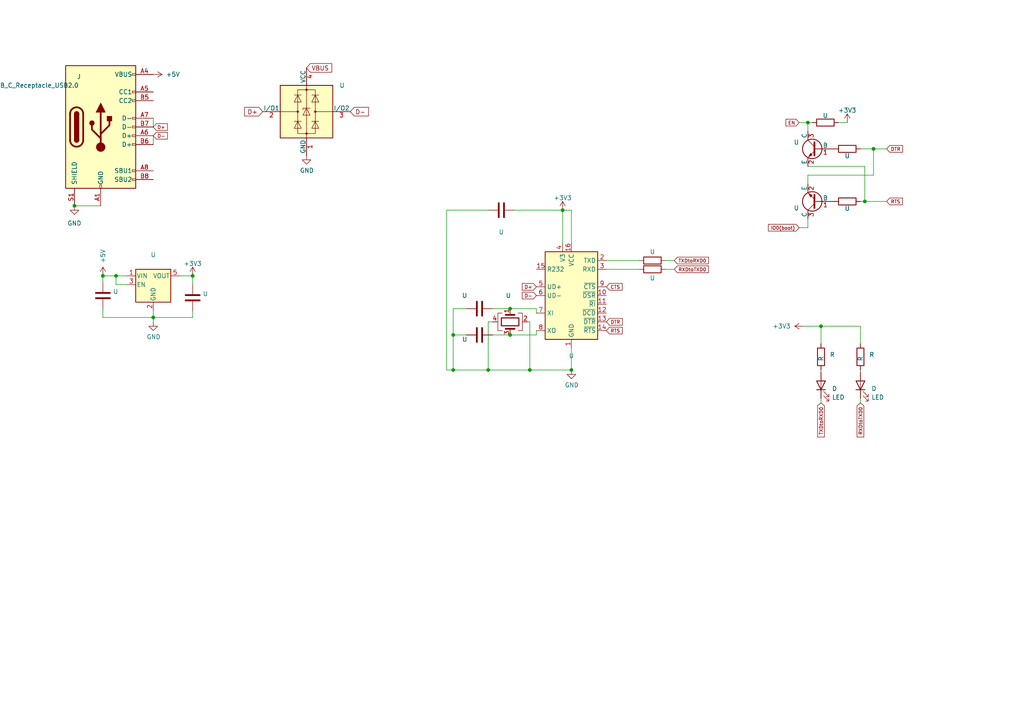
<source format=kicad_sch>
(kicad_sch (version 20220622) (generator eeschema)
  (paper "A4")
  (lib_symbols
    (symbol "CH340G-rescue:AP2127K-3.3-Regulator_Linear" (pin_names (offset 0.254))
      (property "Reference" "U" (at -5.08 5.715 0))
      (property "Value" "AP2127K-3.3-Regulator_Linear" (at 0 5.715 0))
      (symbol "AP2127K-3.3-Regulator_Linear_0_1"
        (rectangle (start -5.08 4.445) (end 5.08 -5.08) (stroke (width 0.254)) (fill (type background)))
      )
      (symbol "AP2127K-3.3-Regulator_Linear_1_1"
        (pin power_in line (at -7.62 2.54 0) (length 2.54) (name "VIN") (number "1"))
        (pin power_in line (at 0 -7.62 90) (length 2.54) (name "GND") (number "2"))
        (pin input line (at -7.62 0 0) (length 2.54) (name "EN") (number "3"))
        (pin no_connect line (at 7.62 0 180) (length 2.54) hide (name "NC") (number "4"))
        (pin power_out line (at 7.62 2.54 180) (length 2.54) (name "VOUT") (number "5"))
      )
    )
    (symbol "Connector:USB_C_Receptacle_USB2.0" (pin_names (offset 1.016))
      (property "Reference" "J" (at -10.16 19.05 0))
      (property "Value" "USB_C_Receptacle_USB2.0" (at 19.05 19.05 0))
      (symbol "USB_C_Receptacle_USB2.0_0_0"
        (rectangle (start -0.254 -17.78) (end 0.254 -16.764))
        (rectangle (start 10.16 -14.986) (end 9.144 -15.494))
        (rectangle (start 10.16 -12.446) (end 9.144 -12.954))
        (rectangle (start 10.16 -4.826) (end 9.144 -5.334))
        (rectangle (start 10.16 -2.286) (end 9.144 -2.794))
        (rectangle (start 10.16 0.254) (end 9.144 -0.254))
        (rectangle (start 10.16 2.794) (end 9.144 2.286))
        (rectangle (start 10.16 7.874) (end 9.144 7.366))
        (rectangle (start 10.16 10.414) (end 9.144 9.906))
        (rectangle (start 10.16 15.494) (end 9.144 14.986))
      )
      (symbol "USB_C_Receptacle_USB2.0_0_1"
        (rectangle (start -10.16 17.78) (end 10.16 -17.78) (stroke (width 0.254)) (fill (type background)))
        (arc (start -8.89 -3.81) (mid -6.985 -5.715) (end -5.08 -3.81) (stroke (width 0.508)))
        (arc (start -7.62 -3.81) (mid -6.985 -4.445) (end -6.35 -3.81) (stroke (width 0.254)))
        (arc (start -7.62 -3.81) (mid -6.985 -4.445) (end -6.35 -3.81) (stroke (width 0.254)) (fill (type outline)))
        (rectangle (start -7.62 -3.81) (end -6.35 3.81) (stroke (width 0.254)) (fill (type outline)))
        (arc (start -6.35 3.81) (mid -6.985 4.445) (end -7.62 3.81) (stroke (width 0.254)))
        (arc (start -6.35 3.81) (mid -6.985 4.445) (end -7.62 3.81) (stroke (width 0.254)) (fill (type outline)))
        (arc (start -5.08 3.81) (mid -6.985 5.715) (end -8.89 3.81) (stroke (width 0.508)))
        (circle (center -2.54 1.143) (radius 0.635) (stroke (width 0.254)) (fill (type outline)))
        (circle (center 0 -5.842) (radius 1.27) (fill (type outline)))
        (polyline (pts (xy -8.89 -3.81) (xy -8.89 3.81)) (stroke (width 0.508)))
        (polyline (pts (xy -5.08 3.81) (xy -5.08 -3.81)) (stroke (width 0.508)))
        (polyline (pts (xy 0 -5.842) (xy 0 4.318)) (stroke (width 0.508)))
        (polyline (pts (xy 0 -3.302) (xy -2.54 -0.762) (xy -2.54 0.508)) (stroke (width 0.508)))
        (polyline (pts (xy 0 -2.032) (xy 2.54 0.508) (xy 2.54 1.778)) (stroke (width 0.508)))
        (polyline (pts (xy -1.27 4.318) (xy 0 6.858) (xy 1.27 4.318) (xy -1.27 4.318)) (stroke (width 0.254)) (fill (type outline)))
        (rectangle (start 1.905 1.778) (end 3.175 3.048) (stroke (width 0.254)) (fill (type outline)))
      )
      (symbol "USB_C_Receptacle_USB2.0_1_1"
        (pin passive line (at 0 -22.86 90) (length 5.08) (name "GND") (number "A1"))
        (pin passive line (at 0 -22.86 90) (length 5.08) hide (name "GND") (number "A12"))
        (pin passive line (at 15.24 15.24 180) (length 5.08) (name "VBUS") (number "A4"))
        (pin bidirectional line (at 15.24 10.16 180) (length 5.08) (name "CC1") (number "A5"))
        (pin bidirectional line (at 15.24 -2.54 180) (length 5.08) (name "D+") (number "A6"))
        (pin bidirectional line (at 15.24 2.54 180) (length 5.08) (name "D-") (number "A7"))
        (pin bidirectional line (at 15.24 -12.7 180) (length 5.08) (name "SBU1") (number "A8"))
        (pin passive line (at 15.24 15.24 180) (length 5.08) hide (name "VBUS") (number "A9"))
        (pin passive line (at 0 -22.86 90) (length 5.08) hide (name "GND") (number "B1"))
        (pin passive line (at 0 -22.86 90) (length 5.08) hide (name "GND") (number "B12"))
        (pin passive line (at 15.24 15.24 180) (length 5.08) hide (name "VBUS") (number "B4"))
        (pin bidirectional line (at 15.24 7.62 180) (length 5.08) (name "CC2") (number "B5"))
        (pin bidirectional line (at 15.24 -5.08 180) (length 5.08) (name "D+") (number "B6"))
        (pin bidirectional line (at 15.24 0 180) (length 5.08) (name "D-") (number "B7"))
        (pin bidirectional line (at 15.24 -15.24 180) (length 5.08) (name "SBU2") (number "B8"))
        (pin passive line (at 15.24 15.24 180) (length 5.08) hide (name "VBUS") (number "B9"))
        (pin passive line (at -7.62 -22.86 90) (length 5.08) (name "SHIELD") (number "S1"))
      )
    )
    (symbol "Device:C" (pin_numbers hide) (pin_names (offset 0.254))
      (property "Reference" "C" (at 0.635 2.54 0))
      (property "Value" "C" (at 0.635 -2.54 0))
      (symbol "C_0_1"
        (polyline (pts (xy -2.032 -0.762) (xy 2.032 -0.762)) (stroke (width 0.508)))
        (polyline (pts (xy -2.032 0.762) (xy 2.032 0.762)) (stroke (width 0.508)))
      )
      (symbol "C_1_1"
        (pin passive line (at 0 3.81 270) (length 2.794) (name "~") (number "1"))
        (pin passive line (at 0 -3.81 90) (length 2.794) (name "~") (number "2"))
      )
    )
    (symbol "Device:Crystal_GND24" (pin_names (offset 1.016) hide)
      (property "Reference" "Y" (at 3.175 5.08 0))
      (property "Value" "Crystal_GND24" (at 3.175 3.175 0))
      (symbol "Crystal_GND24_0_1"
        (rectangle (start -1.143 2.54) (end 1.143 -2.54) (stroke (width 0.3048)))
        (polyline (pts (xy -2.54 0) (xy -2.032 0)))
        (polyline (pts (xy -2.032 -1.27) (xy -2.032 1.27)) (stroke (width 0.508)))
        (polyline (pts (xy 0 -3.81) (xy 0 -3.556)))
        (polyline (pts (xy 0 3.556) (xy 0 3.81)))
        (polyline (pts (xy 2.032 -1.27) (xy 2.032 1.27)) (stroke (width 0.508)))
        (polyline (pts (xy 2.032 0) (xy 2.54 0)))
        (polyline (pts (xy -2.54 -2.286) (xy -2.54 -3.556) (xy 2.54 -3.556) (xy 2.54 -2.286)))
        (polyline (pts (xy -2.54 2.286) (xy -2.54 3.556) (xy 2.54 3.556) (xy 2.54 2.286)))
      )
      (symbol "Crystal_GND24_1_1"
        (pin passive line (at -3.81 0 0) (length 1.27) (name "1") (number "1"))
        (pin passive line (at 0 5.08 270) (length 1.27) (name "2") (number "2"))
        (pin passive line (at 3.81 0 180) (length 1.27) (name "3") (number "3"))
        (pin passive line (at 0 -5.08 90) (length 1.27) (name "4") (number "4"))
      )
    )
    (symbol "Device:LED" (pin_numbers hide) (pin_names (offset 1.016) hide)
      (property "Reference" "D" (at 0 2.54 0))
      (property "Value" "LED" (at 0 -2.54 0))
      (symbol "LED_0_1"
        (polyline (pts (xy -1.27 -1.27) (xy -1.27 1.27)) (stroke (width 0.254)))
        (polyline (pts (xy -1.27 0) (xy 1.27 0)))
        (polyline (pts (xy 1.27 -1.27) (xy 1.27 1.27) (xy -1.27 0) (xy 1.27 -1.27)) (stroke (width 0.254)))
        (polyline (pts (xy -3.048 -0.762) (xy -4.572 -2.286) (xy -3.81 -2.286) (xy -4.572 -2.286) (xy -4.572 -1.524)))
        (polyline (pts (xy -1.778 -0.762) (xy -3.302 -2.286) (xy -2.54 -2.286) (xy -3.302 -2.286) (xy -3.302 -1.524)))
      )
      (symbol "LED_1_1"
        (pin passive line (at -3.81 0 0) (length 2.54) (name "K") (number "1"))
        (pin passive line (at 3.81 0 180) (length 2.54) (name "A") (number "2"))
      )
    )
    (symbol "Device:R" (pin_numbers hide) (pin_names (offset 0))
      (property "Reference" "R" (at 2.032 0 90))
      (property "Value" "R" (at 0 0 90))
      (symbol "R_0_1"
        (rectangle (start -1.016 -2.54) (end 1.016 2.54) (stroke (width 0.254)))
      )
      (symbol "R_1_1"
        (pin passive line (at 0 3.81 270) (length 1.27) (name "~") (number "1"))
        (pin passive line (at 0 -3.81 90) (length 1.27) (name "~") (number "2"))
      )
    )
    (symbol "Interface_USB:CH340G"
      (property "Reference" "U" (at -5.08 13.97 0))
      (property "Value" "CH340G" (at 1.27 13.97 0))
      (symbol "CH340G_0_1"
        (rectangle (start -7.62 12.7) (end 7.62 -12.7) (stroke (width 0.254)) (fill (type background)))
      )
      (symbol "CH340G_1_1"
        (pin power_in line (at 0 -15.24 90) (length 2.54) (name "GND") (number "1"))
        (pin input line (at 10.16 0 180) (length 2.54) (name "~{DSR}") (number "10"))
        (pin input line (at 10.16 -2.54 180) (length 2.54) (name "~{RI}") (number "11"))
        (pin input line (at 10.16 -5.08 180) (length 2.54) (name "~{DCD}") (number "12"))
        (pin output line (at 10.16 -7.62 180) (length 2.54) (name "~{DTR}") (number "13"))
        (pin output line (at 10.16 -10.16 180) (length 2.54) (name "~{RTS}") (number "14"))
        (pin input line (at -10.16 7.62 0) (length 2.54) (name "R232") (number "15"))
        (pin power_in line (at 0 15.24 270) (length 2.54) (name "VCC") (number "16"))
        (pin output line (at 10.16 10.16 180) (length 2.54) (name "TXD") (number "2"))
        (pin input line (at 10.16 7.62 180) (length 2.54) (name "RXD") (number "3"))
        (pin passive line (at -2.54 15.24 270) (length 2.54) (name "V3") (number "4"))
        (pin bidirectional line (at -10.16 2.54 0) (length 2.54) (name "UD+") (number "5"))
        (pin bidirectional line (at -10.16 0 0) (length 2.54) (name "UD-") (number "6"))
        (pin input line (at -10.16 -5.08 0) (length 2.54) (name "XI") (number "7"))
        (pin output line (at -10.16 -10.16 0) (length 2.54) (name "XO") (number "8"))
        (pin input line (at 10.16 2.54 180) (length 2.54) (name "~{CTS}") (number "9"))
      )
    )
    (symbol "Power_Protection:PRTR5V0U2X" (pin_names (offset 0))
      (property "Reference" "D" (at 2.794 8.636 0))
      (property "Value" "PRTR5V0U2X" (at 8.128 -9.398 0))
      (symbol "PRTR5V0U2X_0_1"
        (rectangle (start -7.62 -7.62) (end 7.62 7.62) (stroke (width 0.254)) (fill (type background)))
        (circle (center -2.54 0) (radius 0.254) (fill (type outline)))
        (rectangle (start -2.54 6.35) (end 2.54 -6.35))
        (circle (center 0 -6.35) (radius 0.254) (fill (type outline)))
        (polyline (pts (xy -2.54 0) (xy -7.62 0)))
        (polyline (pts (xy -1.524 -2.794) (xy -3.556 -2.794)))
        (polyline (pts (xy -1.524 4.826) (xy -3.556 4.826)))
        (polyline (pts (xy 0 -7.62) (xy 0 7.62)))
        (polyline (pts (xy 1.524 -2.794) (xy 3.556 -2.794)))
        (polyline (pts (xy 1.524 4.826) (xy 3.556 4.826)))
        (polyline (pts (xy 2.54 0) (xy 7.62 0)))
        (polyline (pts (xy 1.016 1.016) (xy -1.016 1.016) (xy -1.016 0.508)))
        (polyline (pts (xy -3.556 -4.826) (xy -1.524 -4.826) (xy -2.54 -2.794) (xy -3.556 -4.826)))
        (polyline (pts (xy -3.556 2.794) (xy -1.524 2.794) (xy -2.54 4.826) (xy -3.556 2.794)))
        (polyline (pts (xy -1.016 -1.016) (xy 1.016 -1.016) (xy 0 1.016) (xy -1.016 -1.016)))
        (polyline (pts (xy 3.556 -4.826) (xy 1.524 -4.826) (xy 2.54 -2.794) (xy 3.556 -4.826)))
        (polyline (pts (xy 3.556 2.794) (xy 1.524 2.794) (xy 2.54 4.826) (xy 3.556 2.794)))
        (circle (center 0 6.35) (radius 0.254) (fill (type outline)))
        (circle (center 2.54 0) (radius 0.254) (fill (type outline)))
      )
      (symbol "PRTR5V0U2X_1_1"
        (pin passive line (at 0 -12.7 90) (length 5.08) (name "GND") (number "1"))
        (pin passive line (at -12.7 0 0) (length 5.08) (name "I/O1") (number "2"))
        (pin passive line (at 12.7 0 180) (length 5.08) (name "I/O2") (number "3"))
        (pin passive line (at 0 12.7 270) (length 5.08) (name "VCC") (number "4"))
      )
    )
    (symbol "esp32bb-rescue:+3.3V-esp32bb-rescue" (power) (pin_names (offset 0))
      (property "Value" "+3.3V-esp32bb-rescue" (at 0 3.556 0))
      (symbol "+3.3V-esp32bb-rescue_0_1"
        (polyline (pts (xy -0.762 1.27) (xy 0 2.54)))
        (polyline (pts (xy 0 0) (xy 0 2.54)))
        (polyline (pts (xy 0 2.54) (xy 0.762 1.27)))
      )
      (symbol "+3.3V-esp32bb-rescue_1_1"
        (pin power_in line (at 0 0 90) (length 0) hide (name "+3V3") (number "1"))
      )
    )
    (symbol "esp32bb-rescue:+5V-esp32bb-rescue" (power) (pin_names (offset 0))
      (property "Value" "+5V-esp32bb-rescue" (at 0 3.556 0))
      (symbol "+5V-esp32bb-rescue_0_1"
        (polyline (pts (xy -0.762 1.27) (xy 0 2.54)))
        (polyline (pts (xy 0 0) (xy 0 2.54)))
        (polyline (pts (xy 0 2.54) (xy 0.762 1.27)))
      )
      (symbol "+5V-esp32bb-rescue_1_1"
        (pin power_in line (at 0 0 90) (length 0) hide (name "+5V") (number "1"))
      )
    )
    (symbol "esp32bb-rescue:MMBT3904-esp32bb-rescue" (pin_names (offset 0))
      (property "Reference" "Q" (at 5.08 1.905 0))
      (property "Value" "MMBT3904-esp32bb-rescue" (at 5.08 0 0))
      (symbol "MMBT3904-esp32bb-rescue_0_1"
        (polyline (pts (xy 0 0) (xy 0.635 0)))
        (polyline (pts (xy 0.635 0.635) (xy 2.54 2.54)))
        (polyline (pts (xy 0.635 -0.635) (xy 2.54 -2.54) (xy 2.54 -2.54)))
        (polyline (pts (xy 0.635 1.905) (xy 0.635 -1.905) (xy 0.635 -1.905)) (stroke (width 0.508)))
        (polyline (pts (xy 1.27 -1.778) (xy 1.778 -1.27) (xy 2.286 -2.286) (xy 1.27 -1.778) (xy 1.27 -1.778)) (fill (type outline)))
        (circle (center 1.27 0) (radius 2.8194) (stroke (width 0.254)))
      )
      (symbol "MMBT3904-esp32bb-rescue_1_1"
        (pin input line (at -5.08 0 0) (length 5.08) (name "B") (number "1"))
        (pin passive line (at 2.54 -5.08 90) (length 2.54) (name "E") (number "2"))
        (pin passive line (at 2.54 5.08 270) (length 2.54) (name "C") (number "3"))
      )
    )
    (symbol "esp32bb-rescue:R-esp32bb-rescue" (pin_numbers hide) (pin_names (offset 0))
      (property "Reference" "R" (at 2.032 0 90))
      (property "Value" "R-esp32bb-rescue" (at 0 0 90))
      (symbol "R-esp32bb-rescue_0_1"
        (rectangle (start -1.016 -2.54) (end 1.016 2.54) (stroke (width 0.254)))
      )
      (symbol "R-esp32bb-rescue_1_1"
        (pin passive line (at 0 3.81 270) (length 1.27) (name "~") (number "1"))
        (pin passive line (at 0 -3.81 90) (length 1.27) (name "~") (number "2"))
      )
    )
    (symbol "power:GND" (power) (pin_names (offset 0))
      (property "Value" "GND" (at 0 -3.81 0))
      (symbol "GND_0_1"
        (polyline (pts (xy 0 0) (xy 0 -1.27) (xy 1.27 -1.27) (xy 0 -2.54) (xy -1.27 -1.27) (xy 0 -1.27)))
      )
      (symbol "GND_1_1"
        (pin power_in line (at 0 0 270) (length 0) hide (name "GND") (number "1"))
      )
    )
  )
  (junction (at 147.955 89.535))
  (junction (at 141.605 107.315))
  (junction (at 55.88 80.01))
  (junction (at 33.655 80.01))
  (junction (at 131.445 107.315))
  (junction (at 234.315 35.56))
  (junction (at 250.825 58.42))
  (junction (at 131.445 97.155))
  (junction (at 44.45 92.075))
  (junction (at 147.955 97.155))
  (junction (at 163.195 60.96))
  (junction (at 21.59 59.69))
  (junction (at 29.845 80.01))
  (junction (at 238.125 94.615))
  (junction (at 165.735 107.315))
  (junction (at 153.67 107.315))
  (junction (at 253.365 43.18))
  (wire (pts (xy 250.825 58.42) (xy 257.175 58.42)))
  (wire (pts (xy 238.125 116.84) (xy 238.125 115.57)))
  (wire (pts (xy 163.195 60.96) (xy 165.735 60.96)))
  (wire (pts (xy 165.735 60.96) (xy 165.735 70.485)))
  (wire (pts (xy 153.035 93.345) (xy 153.67 93.345)))
  (wire (pts (xy 185.42 78.105) (xy 175.895 78.105)))
  (wire (pts (xy 249.555 99.695) (xy 249.555 94.615)))
  (wire (pts (xy 165.735 100.965) (xy 165.735 107.315)))
  (wire (pts (xy 55.88 92.075) (xy 55.88 90.17)))
  (wire (pts (xy 243.205 35.56) (xy 245.745 35.56)))
  (wire (pts (xy 33.655 82.55) (xy 36.83 82.55)))
  (wire (pts (xy 131.445 107.315) (xy 141.605 107.315)))
  (wire (pts (xy 141.605 107.315) (xy 153.67 107.315)))
  (wire (pts (xy 155.575 95.885) (xy 155.575 97.155)))
  (wire (pts (xy 52.07 80.01) (xy 55.88 80.01)))
  (wire (pts (xy 141.605 60.96) (xy 129.54 60.96)))
  (wire (pts (xy 193.04 78.105) (xy 195.58 78.105)))
  (wire (pts (xy 29.845 80.01) (xy 33.655 80.01)))
  (wire (pts (xy 142.875 93.345) (xy 141.605 93.345)))
  (wire (pts (xy 193.04 75.565) (xy 195.58 75.565)))
  (wire (pts (xy 129.54 60.96) (xy 129.54 107.315)))
  (wire (pts (xy 249.555 58.42) (xy 250.825 58.42)))
  (wire (pts (xy 33.655 80.01) (xy 36.83 80.01)))
  (wire (pts (xy 234.315 53.34) (xy 234.315 50.8)))
  (wire (pts (xy 155.575 90.805) (xy 155.575 89.535)))
  (wire (pts (xy 238.125 99.695) (xy 238.125 94.615)))
  (wire (pts (xy 234.315 66.04) (xy 234.315 63.5)))
  (wire (pts (xy 153.67 107.315) (xy 165.735 107.315)))
  (wire (pts (xy 142.875 89.535) (xy 147.955 89.535)))
  (wire (pts (xy 33.655 80.01) (xy 33.655 82.55)))
  (wire (pts (xy 185.42 75.565) (xy 175.895 75.565)))
  (wire (pts (xy 153.67 93.345) (xy 153.67 107.315)))
  (wire (pts (xy 234.315 48.26) (xy 250.825 48.26)))
  (wire (pts (xy 249.555 116.84) (xy 249.555 115.57)))
  (wire (pts (xy 234.315 35.56) (xy 235.585 35.56)))
  (wire (pts (xy 44.45 92.075) (xy 55.88 92.075)))
  (wire (pts (xy 44.45 92.075) (xy 44.45 90.17)))
  (wire (pts (xy 238.125 94.615) (xy 249.555 94.615)))
  (wire (pts (xy 131.445 97.155) (xy 131.445 107.315)))
  (wire (pts (xy 249.555 107.95) (xy 249.555 107.315)))
  (wire (pts (xy 29.845 89.535) (xy 29.845 92.075)))
  (wire (pts (xy 147.955 89.535) (xy 155.575 89.535)))
  (wire (pts (xy 147.955 97.155) (xy 155.575 97.155)))
  (wire (pts (xy 55.88 82.55) (xy 55.88 80.01)))
  (wire (pts (xy 149.225 60.96) (xy 163.195 60.96)))
  (wire (pts (xy 29.845 80.01) (xy 29.845 81.915)))
  (wire (pts (xy 253.365 43.18) (xy 257.175 43.18)))
  (wire (pts (xy 231.775 66.04) (xy 234.315 66.04)))
  (wire (pts (xy 234.315 35.56) (xy 234.315 38.1)))
  (wire (pts (xy 141.605 93.345) (xy 141.605 107.315)))
  (wire (pts (xy 238.125 107.95) (xy 238.125 107.315)))
  (wire (pts (xy 234.315 50.8) (xy 253.365 50.8)))
  (wire (pts (xy 253.365 50.8) (xy 253.365 43.18)))
  (wire (pts (xy 29.845 92.075) (xy 44.45 92.075)))
  (wire (pts (xy 44.45 93.345) (xy 44.45 92.075)))
  (wire (pts (xy 250.825 48.26) (xy 250.825 58.42)))
  (wire (pts (xy 135.255 89.535) (xy 131.445 89.535)))
  (wire (pts (xy 29.21 59.69) (xy 21.59 59.69)))
  (wire (pts (xy 131.445 89.535) (xy 131.445 97.155)))
  (wire (pts (xy 131.445 97.155) (xy 135.255 97.155)))
  (wire (pts (xy 142.875 97.155) (xy 147.955 97.155)))
  (wire (pts (xy 44.45 39.37) (xy 44.45 41.91)))
  (wire (pts (xy 233.045 94.615) (xy 238.125 94.615)))
  (wire (pts (xy 44.45 34.29) (xy 44.45 36.83)))
  (wire (pts (xy 129.54 107.315) (xy 131.445 107.315)))
  (wire (pts (xy 249.555 43.18) (xy 253.365 43.18)))
  (wire (pts (xy 231.775 35.56) (xy 234.315 35.56)))
  (wire (pts (xy 163.195 60.96) (xy 163.195 70.485)))
  (global_label "RXDtoTXD0" (shape input) (at 195.58 78.105 0) (effects (font (size 0.9906 0.9906))) (property "Intersheet References" "${INTERSHEET_REFS}" (effects hide)))
  (global_label "D-" (shape input) (at 155.575 85.725 180) (effects (font (size 0.9906 0.9906))) (property "Intersheet References" "${INTERSHEET_REFS}" (effects hide)))
  (global_label "EN" (shape input) (at 231.775 35.56 180) (effects (font (size 0.9906 0.9906))) (property "Intersheet References" "${INTERSHEET_REFS}" (effects hide)))
  (global_label "D-" (shape input) (at 101.6 32.385 0) (property "Intersheet References" "${INTERSHEET_REFS}" (effects hide)))
  (global_label "D+" (shape input) (at 76.2 32.385 180) (property "Intersheet References" "${INTERSHEET_REFS}" (effects hide)))
  (global_label "RTS" (shape input) (at 175.895 95.885 0) (effects (font (size 0.9906 0.9906))) (property "Intersheet References" "${INTERSHEET_REFS}" (effects hide)))
  (global_label "RXDtoTXD0" (shape input) (at 249.555 116.84 270) (effects (font (size 0.9906 0.9906))) (property "Intersheet References" "${INTERSHEET_REFS}" (effects hide)))
  (global_label "DTR" (shape input) (at 175.895 93.345 0) (effects (font (size 0.9906 0.9906))) (property "Intersheet References" "${INTERSHEET_REFS}" (effects hide)))
  (global_label "TXDtoRXD0" (shape input) (at 195.58 75.565 0) (effects (font (size 0.9906 0.9906))) (property "Intersheet References" "${INTERSHEET_REFS}" (effects hide)))
  (global_label "DTR" (shape input) (at 257.175 43.18 0) (effects (font (size 0.9906 0.9906))) (property "Intersheet References" "${INTERSHEET_REFS}" (effects hide)))
  (global_label "IO0(boot)" (shape input) (at 231.775 66.04 180) (effects (font (size 0.9906 0.9906))) (property "Intersheet References" "${INTERSHEET_REFS}" (effects hide)))
  (global_label "D+" (shape input) (at 44.45 36.83 0) (effects (font (size 0.9906 0.9906))) (property "Intersheet References" "${INTERSHEET_REFS}" (effects hide)))
  (global_label "D-" (shape input) (at 44.45 39.37 0) (effects (font (size 0.9906 0.9906))) (property "Intersheet References" "${INTERSHEET_REFS}" (effects hide)))
  (global_label "RTS" (shape input) (at 257.175 58.42 0) (effects (font (size 0.9906 0.9906))) (property "Intersheet References" "${INTERSHEET_REFS}" (effects hide)))
  (global_label "TXDtoRXD0" (shape input) (at 238.125 116.84 270) (effects (font (size 0.9906 0.9906))) (property "Intersheet References" "${INTERSHEET_REFS}" (effects hide)))
  (global_label "VBUS" (shape input) (at 88.9 19.685 0) (property "Intersheet References" "${INTERSHEET_REFS}" (effects hide)))
  (global_label "CTS" (shape input) (at 175.895 83.185 0) (effects (font (size 0.9906 0.9906))) (property "Intersheet References" "${INTERSHEET_REFS}" (effects hide)))
  (global_label "D+" (shape input) (at 155.575 83.185 180) (effects (font (size 0.9906 0.9906))) (property "Intersheet References" "${INTERSHEET_REFS}" (effects hide)))
  (symbol (lib_id "power:GND") (at 165.735 107.315 0) (unit 1)
    (default_instance (reference "U") (unit 1) (value "") (footprint ""))
    (property "Reference" "U" (effects hide))
  )
  (symbol (lib_id "CH340G-rescue:AP2127K-3.3-Regulator_Linear") (at 44.45 82.55 0) (unit 1)
    (default_instance (reference "U") (unit 1) (value "") (footprint ""))
    (property "Reference" "U" (at 44.45 73.914 0))
    (property "Datasheet" "https://www.diodes.com/assets/Datasheets/AP2127.pdf" (effects hide))
  )
  (symbol (lib_id "Connector:USB_C_Receptacle_USB2.0") (at 29.21 36.83 0) (unit 1)
    (default_instance (reference "J") (unit 1) (value "USB_C_Receptacle_USB2.0") (footprint ""))
    (property "Reference" "J" (at 23.495 22.225 0) (effects (justify right)))
    (property "Value" "USB_C_Receptacle_USB2.0" (at 22.86 24.765 0) (effects (justify right)))
    (property "Datasheet" "https://www.usb.org/sites/default/files/documents/usb_type-c.zip" (effects hide))
  )
  (symbol (lib_id "Device:R") (at 249.555 103.505 0) (unit 1)
    (default_instance (reference "R") (unit 1) (value "R") (footprint ""))
    (property "Reference" "R" (at 252.095 102.87 0) (effects (justify left)))
    (property "Value" "R" (at 249.555 104.775 90) (effects (justify left)))
  )
  (symbol (lib_id "esp32bb-rescue:+5V-esp32bb-rescue") (at 29.845 80.01 0) (unit 1)
    (default_instance (reference "U") (unit 1) (value "") (footprint ""))
    (property "Reference" "U" (effects hide))
  )
  (symbol (lib_id "Device:C") (at 55.88 86.36 0) (unit 1)
    (default_instance (reference "U") (unit 1) (value "") (footprint ""))
    (property "Reference" "U" (at 58.801 85.217 0) (effects (justify left)))
  )
  (symbol (lib_id "Device:LED") (at 249.555 111.76 90) (unit 1)
    (default_instance (reference "D") (unit 1) (value "LED") (footprint ""))
    (property "Reference" "D" (at 252.73 112.7125 90) (effects (justify right)))
    (property "Value" "LED" (at 252.73 115.2525 90) (effects (justify right)))
  )
  (symbol (lib_id "esp32bb-rescue:MMBT3904-esp32bb-rescue") (at 236.855 43.18 0) (mirror y) (unit 1)
    (default_instance (reference "U") (unit 1) (value "") (footprint ""))
    (property "Reference" "U" (at 231.775 41.275 0) (effects (justify left)))
  )
  (symbol (lib_id "Device:C") (at 139.065 89.535 270) (mirror x) (unit 1)
    (default_instance (reference "U") (unit 1) (value "") (footprint ""))
    (property "Reference" "U" (at 133.985 85.725 90) (effects (justify left)))
  )
  (symbol (lib_id "Device:C") (at 29.845 85.725 0) (unit 1)
    (default_instance (reference "U") (unit 1) (value "") (footprint ""))
    (property "Reference" "U" (at 32.766 84.582 0) (effects (justify left)))
  )
  (symbol (lib_id "Device:R") (at 238.125 103.505 0) (unit 1)
    (default_instance (reference "R") (unit 1) (value "R") (footprint ""))
    (property "Reference" "R" (at 240.665 102.87 0) (effects (justify left)))
    (property "Value" "R" (at 238.125 104.775 90) (effects (justify left)))
  )
  (symbol (lib_id "Device:Crystal_GND24") (at 147.955 93.345 270) (unit 1)
    (default_instance (reference "U") (unit 1) (value "") (footprint ""))
    (property "Reference" "U" (at 146.685 85.725 90) (effects (justify left)))
  )
  (symbol (lib_id "esp32bb-rescue:+3.3V-esp32bb-rescue") (at 163.195 60.96 0) (unit 1)
    (default_instance (reference "U") (unit 1) (value "") (footprint ""))
    (property "Reference" "U" (effects hide))
  )
  (symbol (lib_id "esp32bb-rescue:+3.3V-esp32bb-rescue") (at 233.045 94.615 90) (unit 1)
    (default_instance (reference "U") (unit 1) (value "") (footprint ""))
    (property "Reference" "U" (effects hide))
  )
  (symbol (lib_id "esp32bb-rescue:R-esp32bb-rescue") (at 239.395 35.56 90) (unit 1)
    (default_instance (reference "U") (unit 1) (value "") (footprint ""))
    (property "Reference" "U" (at 239.395 33.528 90))
  )
  (symbol (lib_id "esp32bb-rescue:+3.3V-esp32bb-rescue") (at 55.88 80.01 0) (unit 1)
    (default_instance (reference "U") (unit 1) (value "") (footprint ""))
    (property "Reference" "U" (effects hide))
  )
  (symbol (lib_id "esp32bb-rescue:R-esp32bb-rescue") (at 189.23 75.565 270) (unit 1)
    (default_instance (reference "U") (unit 1) (value "") (footprint ""))
    (property "Reference" "U" (at 189.23 73.025 90))
  )
  (symbol (lib_id "power:GND") (at 21.59 59.69 0) (mirror y) (unit 1)
    (default_instance (reference "#PWR") (unit 1) (value "GND") (footprint ""))
    (property "Reference" "#PWR" (effects hide))
    (property "Value" "GND" (at 21.59 64.77 0))
  )
  (symbol (lib_id "esp32bb-rescue:R-esp32bb-rescue") (at 245.745 58.42 270) (unit 1)
    (default_instance (reference "U") (unit 1) (value "") (footprint ""))
    (property "Reference" "U" (at 245.745 60.452 90))
  )
  (symbol (lib_id "esp32bb-rescue:MMBT3904-esp32bb-rescue") (at 236.855 58.42 180) (unit 1)
    (default_instance (reference "U") (unit 1) (value "") (footprint ""))
    (property "Reference" "U" (at 231.775 60.325 0) (effects (justify left)))
  )
  (symbol (lib_id "esp32bb-rescue:R-esp32bb-rescue") (at 189.23 78.105 270) (unit 1)
    (default_instance (reference "U") (unit 1) (value "") (footprint ""))
    (property "Reference" "U" (at 189.23 80.645 90))
  )
  (symbol (lib_id "esp32bb-rescue:+3.3V-esp32bb-rescue") (at 245.745 35.56 0) (unit 1)
    (default_instance (reference "U") (unit 1) (value "") (footprint ""))
    (property "Reference" "U" (effects hide))
  )
  (symbol (lib_id "Device:LED") (at 238.125 111.76 90) (unit 1)
    (default_instance (reference "D") (unit 1) (value "LED") (footprint ""))
    (property "Reference" "D" (at 241.3 112.7125 90) (effects (justify right)))
    (property "Value" "LED" (at 241.3 115.2525 90) (effects (justify right)))
  )
  (symbol (lib_id "Device:C") (at 145.415 60.96 90) (mirror x) (unit 1)
    (default_instance (reference "U") (unit 1) (value "") (footprint ""))
    (property "Reference" "U" (at 145.415 67.31 90))
  )
  (symbol (lib_id "power:GND") (at 44.45 93.345 0) (unit 1)
    (default_instance (reference "U") (unit 1) (value "") (footprint ""))
    (property "Reference" "U" (effects hide))
  )
  (symbol (lib_id "esp32bb-rescue:R-esp32bb-rescue") (at 245.745 43.18 270) (unit 1)
    (default_instance (reference "U") (unit 1) (value "") (footprint ""))
    (property "Reference" "U" (at 245.745 45.212 90))
  )
  (symbol (lib_id "esp32bb-rescue:+5V-esp32bb-rescue") (at 44.45 21.59 270) (mirror x) (unit 1)
    (default_instance (reference "U") (unit 1) (value "") (footprint ""))
    (property "Reference" "U" (effects hide))
  )
  (symbol (lib_id "Device:C") (at 139.065 97.155 270) (unit 1)
    (default_instance (reference "U") (unit 1) (value "") (footprint ""))
    (property "Reference" "U" (at 133.985 98.425 90) (effects (justify left)))
  )
  (symbol (lib_id "Interface_USB:CH340G") (at 165.735 85.725 0) (unit 1)
    (default_instance (reference "U") (unit 1) (value "") (footprint ""))
    (property "Reference" "U" (at 165.735 103.2002 0))
    (property "Datasheet" "http://www.datasheet5.com/pdf-local-2195953" (effects hide))
  )
  (symbol (lib_id "power:GND") (at 88.9 45.085 0) (unit 1)
    (default_instance (reference "U") (unit 1) (value "") (footprint ""))
    (property "Reference" "U" (effects hide))
  )
  (symbol (lib_id "Power_Protection:PRTR5V0U2X") (at 88.9 32.385 0) (unit 1)
    (default_instance (reference "U") (unit 1) (value "") (footprint ""))
    (property "Reference" "U" (at 98.425 24.765 0) (effects (justify left)))
    (property "Datasheet" "https://assets.nexperia.com/documents/data-sheet/PRTR5V0U2X.pdf" (effects hide))
  )
)
</source>
